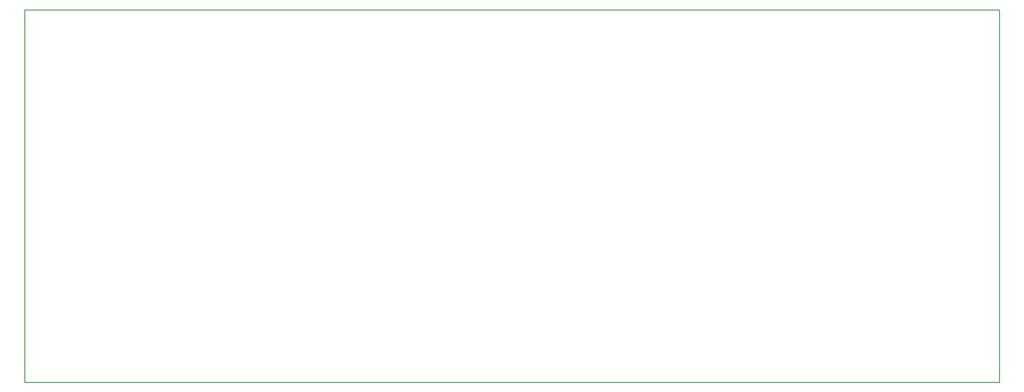
<source format=gbr>
G04 (created by PCBNEW (2013-june-11)-stable) date St 26. únor 2014, 21:47:00 CET*
%MOIN*%
G04 Gerber Fmt 3.4, Leading zero omitted, Abs format*
%FSLAX34Y34*%
G01*
G70*
G90*
G04 APERTURE LIST*
%ADD10C,0.00590551*%
G04 APERTURE END LIST*
G54D10*
X74500Y28450D02*
X74500Y0D01*
X0Y28450D02*
X74500Y28450D01*
X0Y0D02*
X0Y28500D01*
X0Y0D02*
X74500Y0D01*
M02*

</source>
